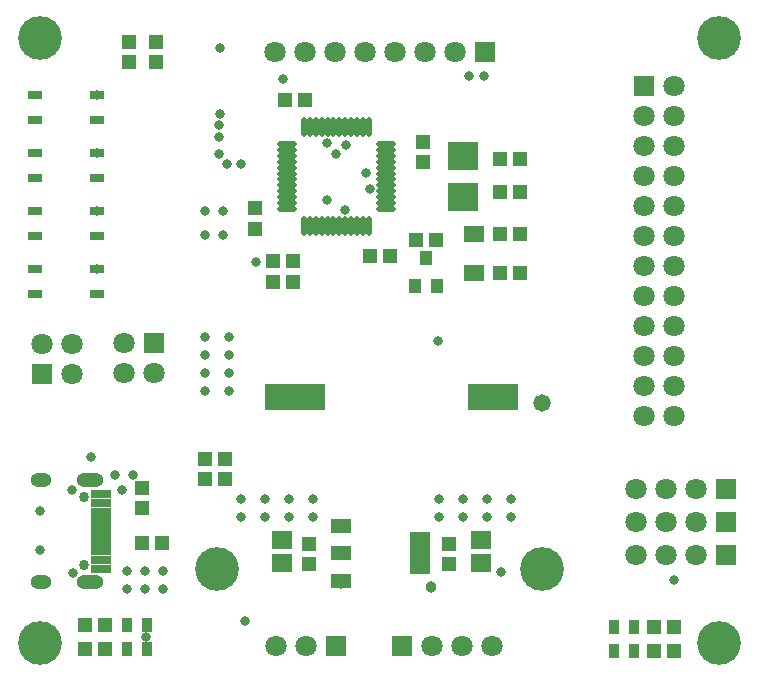
<source format=gts>
G04 Layer_Color=8388736*
%FSLAX25Y25*%
%MOIN*%
G70*
G01*
G75*
%ADD59R,0.03556X0.04737*%
%ADD60R,0.04737X0.05131*%
%ADD61R,0.05131X0.04737*%
%ADD62R,0.16548X0.08674*%
%ADD63R,0.20485X0.08674*%
%ADD64O,0.06509X0.01981*%
%ADD65O,0.01981X0.06509*%
%ADD66R,0.10249X0.09461*%
%ADD67R,0.06706X0.05524*%
%ADD68R,0.04343X0.04540*%
%ADD69R,0.04343X0.04540*%
%ADD70R,0.04737X0.02965*%
%ADD71R,0.06509X0.03162*%
%ADD72R,0.06509X0.01981*%
%ADD73R,0.06706X0.05918*%
%ADD74R,0.06902X0.14383*%
%ADD75R,0.06902X0.05131*%
%ADD76R,0.06902X0.05131*%
%ADD77C,0.07099*%
%ADD78R,0.07099X0.07099*%
%ADD79C,0.14579*%
%ADD80R,0.07099X0.07099*%
%ADD81C,0.03398*%
%ADD82O,0.09068X0.04737*%
%ADD83O,0.07099X0.04737*%
%ADD84C,0.03200*%
%ADD85C,0.03800*%
%ADD86C,0.05800*%
D59*
X333998Y188059D02*
D03*
X340691D02*
D03*
Y180106D02*
D03*
X333998D02*
D03*
X503201Y187253D02*
D03*
X496508D02*
D03*
Y179301D02*
D03*
X503201D02*
D03*
D60*
X339300Y226900D02*
D03*
Y233593D02*
D03*
X376900Y326893D02*
D03*
Y320200D02*
D03*
X432800Y342354D02*
D03*
Y349046D02*
D03*
X334700Y382447D02*
D03*
Y375753D02*
D03*
X343900Y382347D02*
D03*
Y375654D02*
D03*
X394800Y214947D02*
D03*
Y208254D02*
D03*
X441400Y214947D02*
D03*
Y208254D02*
D03*
X366900Y236554D02*
D03*
Y243247D02*
D03*
X360300Y236554D02*
D03*
Y243247D02*
D03*
D61*
X465047Y332400D02*
D03*
X458354D02*
D03*
X382753Y302400D02*
D03*
X389446D02*
D03*
X382753Y309300D02*
D03*
X389446D02*
D03*
X393347Y363000D02*
D03*
X386653D02*
D03*
X465047Y343500D02*
D03*
X458354D02*
D03*
X465093Y318300D02*
D03*
X458400D02*
D03*
X465246Y305500D02*
D03*
X458554D02*
D03*
X415154Y311200D02*
D03*
X421846D02*
D03*
X437000Y316500D02*
D03*
X430307D02*
D03*
X320153Y180007D02*
D03*
X326847D02*
D03*
X516500Y179400D02*
D03*
X509807D02*
D03*
X516500Y187353D02*
D03*
X509807D02*
D03*
X320153Y187960D02*
D03*
X326847D02*
D03*
X345947Y215300D02*
D03*
X339253D02*
D03*
D62*
X456300Y264100D02*
D03*
D63*
X390300D02*
D03*
D64*
X420571Y326712D02*
D03*
Y328680D02*
D03*
Y330649D02*
D03*
Y332617D02*
D03*
Y334586D02*
D03*
X420571Y336554D02*
D03*
Y338523D02*
D03*
X420571Y340491D02*
D03*
Y342460D02*
D03*
Y344428D02*
D03*
Y346397D02*
D03*
Y348365D02*
D03*
X387303D02*
D03*
Y346397D02*
D03*
Y344428D02*
D03*
Y342460D02*
D03*
Y340491D02*
D03*
X387303Y338523D02*
D03*
Y336554D02*
D03*
X387303Y330649D02*
D03*
Y328680D02*
D03*
Y326712D02*
D03*
Y334586D02*
D03*
Y332617D02*
D03*
D65*
X414764Y354172D02*
D03*
X412795D02*
D03*
X410827D02*
D03*
X408858D02*
D03*
X406890D02*
D03*
X404921Y354172D02*
D03*
X402953D02*
D03*
X400984Y354172D02*
D03*
X399016D02*
D03*
X397047D02*
D03*
X395079D02*
D03*
X393110D02*
D03*
Y320905D02*
D03*
X395079D02*
D03*
X397047D02*
D03*
X399016D02*
D03*
X400984D02*
D03*
X402953Y320905D02*
D03*
X404921D02*
D03*
X406890Y320905D02*
D03*
X408858D02*
D03*
X410827D02*
D03*
X412795D02*
D03*
X414764D02*
D03*
D66*
X446200Y330610D02*
D03*
Y344390D02*
D03*
D67*
X449900Y318296D02*
D03*
Y305304D02*
D03*
D68*
X433800Y310300D02*
D03*
X430060Y301048D02*
D03*
D69*
X437540Y301048D02*
D03*
D70*
X303564Y364765D02*
D03*
X324036D02*
D03*
X303564Y356300D02*
D03*
X324036D02*
D03*
X303564Y326076D02*
D03*
X324036D02*
D03*
X303564Y317612D02*
D03*
X324036D02*
D03*
X303564Y306732D02*
D03*
X324036D02*
D03*
X303564Y298268D02*
D03*
X324036D02*
D03*
X303564Y345421D02*
D03*
X324036D02*
D03*
X303564Y336956D02*
D03*
X324036D02*
D03*
D71*
X325371Y231876D02*
D03*
Y228727D02*
D03*
Y206680D02*
D03*
Y209829D02*
D03*
D72*
Y226168D02*
D03*
Y224199D02*
D03*
Y212388D02*
D03*
Y214357D02*
D03*
Y216325D02*
D03*
Y218294D02*
D03*
Y222231D02*
D03*
Y220262D02*
D03*
D73*
X385800Y216240D02*
D03*
Y208760D02*
D03*
X452200Y216240D02*
D03*
Y208760D02*
D03*
D74*
X431887Y211900D02*
D03*
D75*
X405313Y202845D02*
D03*
Y211900D02*
D03*
D76*
Y220955D02*
D03*
D77*
X516500Y267600D02*
D03*
X506500D02*
D03*
X516500Y287600D02*
D03*
X506500D02*
D03*
X516500Y307600D02*
D03*
X506500D02*
D03*
X516500Y327600D02*
D03*
X506500D02*
D03*
X516500Y347600D02*
D03*
X506500D02*
D03*
X516500Y367600D02*
D03*
Y357600D02*
D03*
X506500D02*
D03*
Y337600D02*
D03*
X516500D02*
D03*
X506500Y317600D02*
D03*
X516500D02*
D03*
X506500Y297600D02*
D03*
X516500D02*
D03*
X506500Y277600D02*
D03*
X516500D02*
D03*
X506500Y257600D02*
D03*
X516500D02*
D03*
X393307Y378937D02*
D03*
X413307Y378937D02*
D03*
X433307Y378937D02*
D03*
X443307D02*
D03*
X423307D02*
D03*
X403307D02*
D03*
X383307D02*
D03*
X513900Y233500D02*
D03*
X523900D02*
D03*
X503900D02*
D03*
X513900Y222300D02*
D03*
X523900D02*
D03*
X503900D02*
D03*
X513900Y211300D02*
D03*
X523900D02*
D03*
X503900D02*
D03*
X445900Y181200D02*
D03*
X435900D02*
D03*
X455900D02*
D03*
X393800Y181200D02*
D03*
X383800D02*
D03*
X333100Y282000D02*
D03*
Y272000D02*
D03*
X343100D02*
D03*
X315700Y271600D02*
D03*
Y281600D02*
D03*
X305700D02*
D03*
D78*
X506500Y367600D02*
D03*
D79*
X305118Y182087D02*
D03*
X531496D02*
D03*
Y383858D02*
D03*
X305118D02*
D03*
X364173Y206693D02*
D03*
X472441D02*
D03*
D80*
X453307Y378937D02*
D03*
X533900Y233500D02*
D03*
Y222300D02*
D03*
Y211300D02*
D03*
X425900Y181200D02*
D03*
X403800Y181200D02*
D03*
X343100Y282000D02*
D03*
X305700Y271600D02*
D03*
D81*
X319800Y230656D02*
D03*
Y207900D02*
D03*
D82*
X321768Y236286D02*
D03*
Y202270D02*
D03*
D83*
X305312Y236286D02*
D03*
Y202270D02*
D03*
D84*
X448000Y370900D02*
D03*
X453200Y371000D02*
D03*
X406890Y326490D02*
D03*
X389300Y309447D02*
D03*
X315700Y233100D02*
D03*
X316000Y205400D02*
D03*
X332500Y233000D02*
D03*
X334000Y206000D02*
D03*
Y200000D02*
D03*
X340000Y206000D02*
D03*
Y200000D02*
D03*
X346000Y206000D02*
D03*
Y200000D02*
D03*
X330000Y238000D02*
D03*
X336000D02*
D03*
X322000Y244000D02*
D03*
X372000Y230000D02*
D03*
Y224000D02*
D03*
X380000Y230000D02*
D03*
Y224000D02*
D03*
X388000Y230000D02*
D03*
Y224000D02*
D03*
X396000Y230000D02*
D03*
Y224000D02*
D03*
X438000Y230000D02*
D03*
Y224000D02*
D03*
X446000Y230000D02*
D03*
Y224000D02*
D03*
X454000Y230000D02*
D03*
Y224000D02*
D03*
X462000Y230000D02*
D03*
Y224000D02*
D03*
X437540Y301048D02*
D03*
X400900Y329800D02*
D03*
X400700Y348600D02*
D03*
X437900Y282700D02*
D03*
X372300Y341700D02*
D03*
X403900Y344900D02*
D03*
X407200Y348200D02*
D03*
X365200Y358500D02*
D03*
X413700Y338600D02*
D03*
X364700Y354600D02*
D03*
X364900Y350800D02*
D03*
Y344900D02*
D03*
X367600Y341800D02*
D03*
X415000Y333400D02*
D03*
X516500Y203100D02*
D03*
X458800Y205700D02*
D03*
X432700Y349000D02*
D03*
X365000Y380300D02*
D03*
X377100Y320000D02*
D03*
X360000Y284000D02*
D03*
X368000D02*
D03*
X360000Y278000D02*
D03*
X368000D02*
D03*
X360000Y272000D02*
D03*
X368000D02*
D03*
X360000Y266000D02*
D03*
X368000D02*
D03*
X360000Y326000D02*
D03*
X366000D02*
D03*
X360000Y318000D02*
D03*
X366000D02*
D03*
X377100Y309100D02*
D03*
X340600Y184200D02*
D03*
X373500Y189500D02*
D03*
X324036Y306732D02*
D03*
Y326076D02*
D03*
Y345421D02*
D03*
Y364765D02*
D03*
X334700Y382447D02*
D03*
X393347Y363000D02*
D03*
X386300Y370100D02*
D03*
X376900Y326893D02*
D03*
X415154Y311200D02*
D03*
X437000Y316500D02*
D03*
X432600Y342000D02*
D03*
X465246Y305500D02*
D03*
X465093Y318300D02*
D03*
X465047Y332400D02*
D03*
Y343500D02*
D03*
X305100Y226200D02*
D03*
X305000Y213200D02*
D03*
D85*
X435400Y200700D02*
D03*
X405313Y202087D02*
D03*
D86*
X472600Y261900D02*
D03*
M02*

</source>
